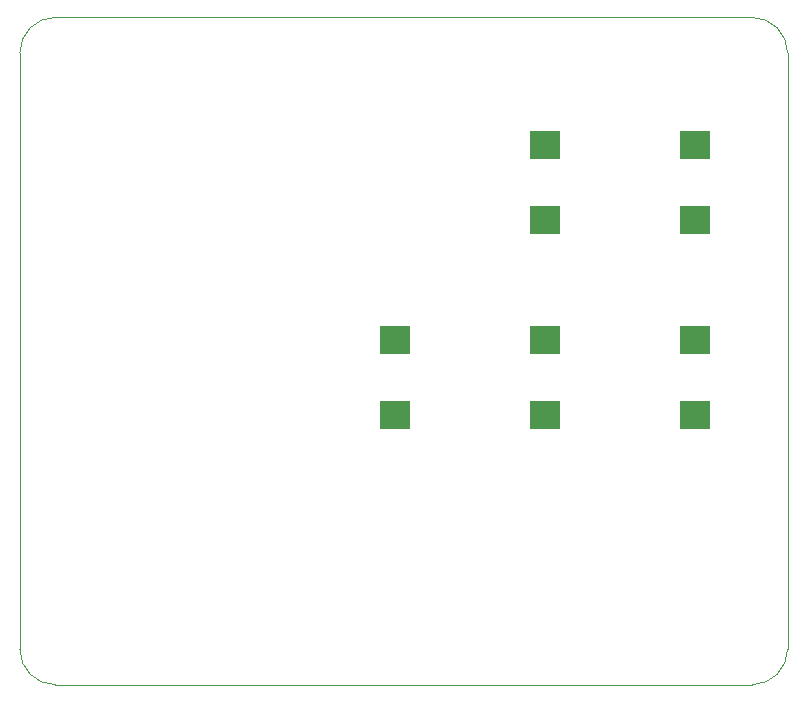
<source format=gbr>
%TF.GenerationSoftware,KiCad,Pcbnew,4.0.7*%
%TF.CreationDate,2018-01-22T14:26:12+01:00*%
%TF.ProjectId,RPi_Hat,5250695F4861742E6B696361645F7063,rev?*%
%TF.FileFunction,Paste,Top*%
%FSLAX46Y46*%
G04 Gerber Fmt 4.6, Leading zero omitted, Abs format (unit mm)*
G04 Created by KiCad (PCBNEW 4.0.7) date 01/22/18 14:26:12*
%MOMM*%
%LPD*%
G01*
G04 APERTURE LIST*
%ADD10C,0.050000*%
%ADD11C,0.100000*%
%ADD12R,2.500000X2.400000*%
G04 APERTURE END LIST*
D10*
D11*
X55070000Y-48260000D02*
X114070000Y-48260000D01*
X117070000Y-51260000D02*
G75*
G03X114070000Y-48260000I-3000000J0D01*
G01*
X55070000Y-48260000D02*
G75*
G03X52070000Y-51260000I0J-3000000D01*
G01*
X117070000Y-51260000D02*
X117070000Y-101760000D01*
X52070000Y-93980000D02*
X52070000Y-63500000D01*
X114070000Y-104760000D02*
G75*
G03X117070000Y-101760000I0J3000000D01*
G01*
X52070000Y-101760000D02*
G75*
G03X55070000Y-104760000I3000000J0D01*
G01*
X52070000Y-86260000D02*
X52070000Y-101760000D01*
X52070000Y-51260000D02*
X52070000Y-67260000D01*
X55070000Y-104760000D02*
X114070000Y-104760000D01*
D12*
X109220000Y-59080000D03*
X109220000Y-65380000D03*
X96520000Y-59080000D03*
X96520000Y-65380000D03*
X109220000Y-81890000D03*
X109220000Y-75590000D03*
X96520000Y-81890000D03*
X96520000Y-75590000D03*
X83820000Y-81890000D03*
X83820000Y-75590000D03*
M02*

</source>
